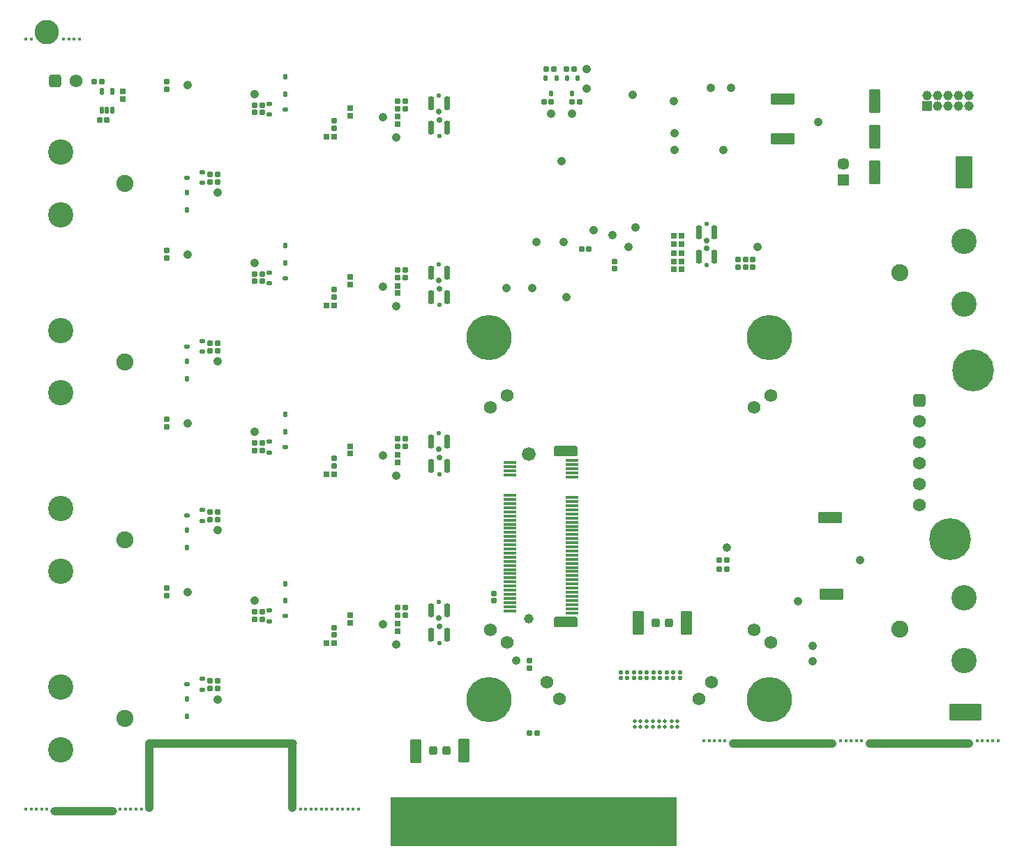
<source format=gbs>
G04*
G04 #@! TF.GenerationSoftware,Altium Limited,Altium Designer,22.4.2 (48)*
G04*
G04 Layer_Color=16711935*
%FSAX25Y25*%
%MOIN*%
G70*
G04*
G04 #@! TF.SameCoordinates,5E64B9DA-0424-454E-A7BF-F7E50E35A289*
G04*
G04*
G04 #@! TF.FilePolarity,Negative*
G04*
G01*
G75*
%ADD75R,1.37008X0.23524*%
G04:AMPARAMS|DCode=76|XSize=26.62mil|YSize=26.62mil|CornerRadius=7.41mil|HoleSize=0mil|Usage=FLASHONLY|Rotation=0.000|XOffset=0mil|YOffset=0mil|HoleType=Round|Shape=RoundedRectangle|*
%AMROUNDEDRECTD76*
21,1,0.02662,0.01181,0,0,0.0*
21,1,0.01181,0.02662,0,0,0.0*
1,1,0.01481,0.00591,-0.00591*
1,1,0.01481,-0.00591,-0.00591*
1,1,0.01481,-0.00591,0.00591*
1,1,0.01481,0.00591,0.00591*
%
%ADD76ROUNDEDRECTD76*%
G04:AMPARAMS|DCode=80|XSize=42.37mil|YSize=38.43mil|CornerRadius=10.36mil|HoleSize=0mil|Usage=FLASHONLY|Rotation=270.000|XOffset=0mil|YOffset=0mil|HoleType=Round|Shape=RoundedRectangle|*
%AMROUNDEDRECTD80*
21,1,0.04237,0.01772,0,0,270.0*
21,1,0.02165,0.03843,0,0,270.0*
1,1,0.02072,-0.00886,-0.01083*
1,1,0.02072,-0.00886,0.01083*
1,1,0.02072,0.00886,0.01083*
1,1,0.02072,0.00886,-0.01083*
%
%ADD80ROUNDEDRECTD80*%
G04:AMPARAMS|DCode=81|XSize=26.62mil|YSize=26.62mil|CornerRadius=7.41mil|HoleSize=0mil|Usage=FLASHONLY|Rotation=270.000|XOffset=0mil|YOffset=0mil|HoleType=Round|Shape=RoundedRectangle|*
%AMROUNDEDRECTD81*
21,1,0.02662,0.01181,0,0,270.0*
21,1,0.01181,0.02662,0,0,270.0*
1,1,0.01481,-0.00591,-0.00591*
1,1,0.01481,-0.00591,0.00591*
1,1,0.01481,0.00591,0.00591*
1,1,0.01481,0.00591,-0.00591*
%
%ADD81ROUNDEDRECTD81*%
G04:AMPARAMS|DCode=89|XSize=28.2mil|YSize=28.2mil|CornerRadius=7.8mil|HoleSize=0mil|Usage=FLASHONLY|Rotation=270.000|XOffset=0mil|YOffset=0mil|HoleType=Round|Shape=RoundedRectangle|*
%AMROUNDEDRECTD89*
21,1,0.02820,0.01260,0,0,270.0*
21,1,0.01260,0.02820,0,0,270.0*
1,1,0.01560,-0.00630,-0.00630*
1,1,0.01560,-0.00630,0.00630*
1,1,0.01560,0.00630,0.00630*
1,1,0.01560,0.00630,-0.00630*
%
%ADD89ROUNDEDRECTD89*%
G04:AMPARAMS|DCode=92|XSize=28.2mil|YSize=28.2mil|CornerRadius=7.8mil|HoleSize=0mil|Usage=FLASHONLY|Rotation=0.000|XOffset=0mil|YOffset=0mil|HoleType=Round|Shape=RoundedRectangle|*
%AMROUNDEDRECTD92*
21,1,0.02820,0.01260,0,0,0.0*
21,1,0.01260,0.02820,0,0,0.0*
1,1,0.01560,0.00630,-0.00630*
1,1,0.01560,-0.00630,-0.00630*
1,1,0.01560,-0.00630,0.00630*
1,1,0.01560,0.00630,0.00630*
%
%ADD92ROUNDEDRECTD92*%
G04:AMPARAMS|DCode=123|XSize=16.78mil|YSize=18.75mil|CornerRadius=4.95mil|HoleSize=0mil|Usage=FLASHONLY|Rotation=0.000|XOffset=0mil|YOffset=0mil|HoleType=Round|Shape=RoundedRectangle|*
%AMROUNDEDRECTD123*
21,1,0.01678,0.00886,0,0,0.0*
21,1,0.00689,0.01875,0,0,0.0*
1,1,0.00989,0.00345,-0.00443*
1,1,0.00989,-0.00345,-0.00443*
1,1,0.00989,-0.00345,0.00443*
1,1,0.00989,0.00345,0.00443*
%
%ADD123ROUNDEDRECTD123*%
%ADD124R,0.03056X0.16835*%
%ADD125R,0.03056X0.12898*%
G04:AMPARAMS|DCode=130|XSize=19.54mil|YSize=21.11mil|CornerRadius=5.63mil|HoleSize=0mil|Usage=FLASHONLY|Rotation=0.000|XOffset=0mil|YOffset=0mil|HoleType=Round|Shape=RoundedRectangle|*
%AMROUNDEDRECTD130*
21,1,0.01954,0.00984,0,0,0.0*
21,1,0.00827,0.02111,0,0,0.0*
1,1,0.01127,0.00413,-0.00492*
1,1,0.01127,-0.00413,-0.00492*
1,1,0.01127,-0.00413,0.00492*
1,1,0.01127,0.00413,0.00492*
%
%ADD130ROUNDEDRECTD130*%
%ADD131C,0.05686*%
%ADD132R,0.05686X0.05686*%
%ADD133C,0.04591*%
%ADD134R,0.04591X0.04591*%
%ADD135C,0.08174*%
G04:AMPARAMS|DCode=136|XSize=62.06mil|YSize=62.06mil|CornerRadius=16.26mil|HoleSize=0mil|Usage=FLASHONLY|Rotation=270.000|XOffset=0mil|YOffset=0mil|HoleType=Round|Shape=RoundedRectangle|*
%AMROUNDEDRECTD136*
21,1,0.06206,0.02953,0,0,270.0*
21,1,0.02953,0.06206,0,0,270.0*
1,1,0.03253,-0.01476,-0.01476*
1,1,0.03253,-0.01476,0.01476*
1,1,0.03253,0.01476,0.01476*
1,1,0.03253,0.01476,-0.01476*
%
%ADD136ROUNDEDRECTD136*%
%ADD137C,0.06206*%
%ADD138C,0.21560*%
%ADD139C,0.04600*%
%ADD140C,0.06600*%
%ADD141C,0.12111*%
G04:AMPARAMS|DCode=142|XSize=62.06mil|YSize=62.06mil|CornerRadius=16.26mil|HoleSize=0mil|Usage=FLASHONLY|Rotation=0.000|XOffset=0mil|YOffset=0mil|HoleType=Round|Shape=RoundedRectangle|*
%AMROUNDEDRECTD142*
21,1,0.06206,0.02953,0,0,0.0*
21,1,0.02953,0.06206,0,0,0.0*
1,1,0.03253,0.01476,-0.01476*
1,1,0.03253,-0.01476,-0.01476*
1,1,0.03253,-0.01476,0.01476*
1,1,0.03253,0.01476,0.01476*
%
%ADD142ROUNDEDRECTD142*%
%ADD143O,0.04237X0.34749*%
%ADD144O,0.72544X0.04237*%
%ADD145O,0.51481X0.04237*%
%ADD146O,0.31796X0.04237*%
%ADD147C,0.01496*%
%ADD148C,0.19985*%
%ADD149C,0.11639*%
G04:AMPARAMS|DCode=201|XSize=12mil|YSize=61mil|CornerRadius=3mil|HoleSize=0mil|Usage=FLASHONLY|Rotation=90.000|XOffset=0mil|YOffset=0mil|HoleType=Round|Shape=RoundedRectangle|*
%AMROUNDEDRECTD201*
21,1,0.01200,0.05500,0,0,90.0*
21,1,0.00600,0.06100,0,0,90.0*
1,1,0.00600,0.02750,0.00300*
1,1,0.00600,0.02750,-0.00300*
1,1,0.00600,-0.02750,-0.00300*
1,1,0.00600,-0.02750,0.00300*
%
%ADD201ROUNDEDRECTD201*%
%ADD203C,0.04237*%
G04:AMPARAMS|DCode=204|XSize=111.27mil|YSize=50.24mil|CornerRadius=3.86mil|HoleSize=0mil|Usage=FLASHONLY|Rotation=180.000|XOffset=0mil|YOffset=0mil|HoleType=Round|Shape=RoundedRectangle|*
%AMROUNDEDRECTD204*
21,1,0.11127,0.04252,0,0,180.0*
21,1,0.10354,0.05024,0,0,180.0*
1,1,0.00772,-0.05177,0.02126*
1,1,0.00772,0.05177,0.02126*
1,1,0.00772,0.05177,-0.02126*
1,1,0.00772,-0.05177,-0.02126*
%
%ADD204ROUNDEDRECTD204*%
G04:AMPARAMS|DCode=205|XSize=111.27mil|YSize=50.24mil|CornerRadius=3.86mil|HoleSize=0mil|Usage=FLASHONLY|Rotation=90.000|XOffset=0mil|YOffset=0mil|HoleType=Round|Shape=RoundedRectangle|*
%AMROUNDEDRECTD205*
21,1,0.11127,0.04252,0,0,90.0*
21,1,0.10354,0.05024,0,0,90.0*
1,1,0.00772,0.02126,0.05177*
1,1,0.00772,0.02126,-0.05177*
1,1,0.00772,-0.02126,-0.05177*
1,1,0.00772,-0.02126,0.05177*
%
%ADD205ROUNDEDRECTD205*%
G04:AMPARAMS|DCode=206|XSize=152.61mil|YSize=82.92mil|CornerRadius=5.5mil|HoleSize=0mil|Usage=FLASHONLY|Rotation=90.000|XOffset=0mil|YOffset=0mil|HoleType=Round|Shape=RoundedRectangle|*
%AMROUNDEDRECTD206*
21,1,0.15261,0.07193,0,0,90.0*
21,1,0.14161,0.08292,0,0,90.0*
1,1,0.01099,0.03597,0.07081*
1,1,0.01099,0.03597,-0.07081*
1,1,0.01099,-0.03597,-0.07081*
1,1,0.01099,-0.03597,0.07081*
%
%ADD206ROUNDEDRECTD206*%
G04:AMPARAMS|DCode=207|XSize=21.5mil|YSize=26.62mil|CornerRadius=6.13mil|HoleSize=0mil|Usage=FLASHONLY|Rotation=0.000|XOffset=0mil|YOffset=0mil|HoleType=Round|Shape=RoundedRectangle|*
%AMROUNDEDRECTD207*
21,1,0.02150,0.01437,0,0,0.0*
21,1,0.00925,0.02662,0,0,0.0*
1,1,0.01225,0.00463,-0.00719*
1,1,0.01225,-0.00463,-0.00719*
1,1,0.01225,-0.00463,0.00719*
1,1,0.01225,0.00463,0.00719*
%
%ADD207ROUNDEDRECTD207*%
G04:AMPARAMS|DCode=208|XSize=18.75mil|YSize=36.47mil|CornerRadius=5.44mil|HoleSize=0mil|Usage=FLASHONLY|Rotation=0.000|XOffset=0mil|YOffset=0mil|HoleType=Round|Shape=RoundedRectangle|*
%AMROUNDEDRECTD208*
21,1,0.01875,0.02559,0,0,0.0*
21,1,0.00787,0.03647,0,0,0.0*
1,1,0.01087,0.00394,-0.01280*
1,1,0.01087,-0.00394,-0.01280*
1,1,0.01087,-0.00394,0.01280*
1,1,0.01087,0.00394,0.01280*
%
%ADD208ROUNDEDRECTD208*%
G04:AMPARAMS|DCode=209|XSize=26.23mil|YSize=20.72mil|CornerRadius=5.93mil|HoleSize=0mil|Usage=FLASHONLY|Rotation=90.000|XOffset=0mil|YOffset=0mil|HoleType=Round|Shape=RoundedRectangle|*
%AMROUNDEDRECTD209*
21,1,0.02623,0.00886,0,0,90.0*
21,1,0.01437,0.02072,0,0,90.0*
1,1,0.01186,0.00443,0.00719*
1,1,0.01186,0.00443,-0.00719*
1,1,0.01186,-0.00443,-0.00719*
1,1,0.01186,-0.00443,0.00719*
%
%ADD209ROUNDEDRECTD209*%
G04:AMPARAMS|DCode=210|XSize=21.5mil|YSize=26.62mil|CornerRadius=6.13mil|HoleSize=0mil|Usage=FLASHONLY|Rotation=270.000|XOffset=0mil|YOffset=0mil|HoleType=Round|Shape=RoundedRectangle|*
%AMROUNDEDRECTD210*
21,1,0.02150,0.01437,0,0,270.0*
21,1,0.00925,0.02662,0,0,270.0*
1,1,0.01225,-0.00719,-0.00463*
1,1,0.01225,-0.00719,0.00463*
1,1,0.01225,0.00719,0.00463*
1,1,0.01225,0.00719,-0.00463*
%
%ADD210ROUNDEDRECTD210*%
G04:AMPARAMS|DCode=211|XSize=25.84mil|YSize=65.21mil|CornerRadius=7.21mil|HoleSize=0mil|Usage=FLASHONLY|Rotation=180.000|XOffset=0mil|YOffset=0mil|HoleType=Round|Shape=RoundedRectangle|*
%AMROUNDEDRECTD211*
21,1,0.02584,0.05079,0,0,180.0*
21,1,0.01142,0.06521,0,0,180.0*
1,1,0.01442,-0.00571,0.02539*
1,1,0.01442,0.00571,0.02539*
1,1,0.01442,0.00571,-0.02539*
1,1,0.01442,-0.00571,-0.02539*
%
%ADD211ROUNDEDRECTD211*%
G04:AMPARAMS|DCode=212|XSize=26.62mil|YSize=24.65mil|CornerRadius=6.91mil|HoleSize=0mil|Usage=FLASHONLY|Rotation=0.000|XOffset=0mil|YOffset=0mil|HoleType=Round|Shape=RoundedRectangle|*
%AMROUNDEDRECTD212*
21,1,0.02662,0.01083,0,0,0.0*
21,1,0.01280,0.02465,0,0,0.0*
1,1,0.01383,0.00640,-0.00541*
1,1,0.01383,-0.00640,-0.00541*
1,1,0.01383,-0.00640,0.00541*
1,1,0.01383,0.00640,0.00541*
%
%ADD212ROUNDEDRECTD212*%
G04:AMPARAMS|DCode=213|XSize=22.69mil|YSize=22.69mil|CornerRadius=6.42mil|HoleSize=0mil|Usage=FLASHONLY|Rotation=0.000|XOffset=0mil|YOffset=0mil|HoleType=Round|Shape=RoundedRectangle|*
%AMROUNDEDRECTD213*
21,1,0.02269,0.00984,0,0,0.0*
21,1,0.00984,0.02269,0,0,0.0*
1,1,0.01284,0.00492,-0.00492*
1,1,0.01284,-0.00492,-0.00492*
1,1,0.01284,-0.00492,0.00492*
1,1,0.01284,0.00492,0.00492*
%
%ADD213ROUNDEDRECTD213*%
G04:AMPARAMS|DCode=214|XSize=152.61mil|YSize=82.92mil|CornerRadius=5.5mil|HoleSize=0mil|Usage=FLASHONLY|Rotation=0.000|XOffset=0mil|YOffset=0mil|HoleType=Round|Shape=RoundedRectangle|*
%AMROUNDEDRECTD214*
21,1,0.15261,0.07193,0,0,0.0*
21,1,0.14161,0.08292,0,0,0.0*
1,1,0.01099,0.07081,-0.03597*
1,1,0.01099,-0.07081,-0.03597*
1,1,0.01099,-0.07081,0.03597*
1,1,0.01099,0.07081,0.03597*
%
%ADD214ROUNDEDRECTD214*%
G04:AMPARAMS|DCode=215|XSize=50mil|YSize=111mil|CornerRadius=6.2mil|HoleSize=0mil|Usage=FLASHONLY|Rotation=90.000|XOffset=0mil|YOffset=0mil|HoleType=Round|Shape=RoundedRectangle|*
%AMROUNDEDRECTD215*
21,1,0.05000,0.09860,0,0,90.0*
21,1,0.03760,0.11100,0,0,90.0*
1,1,0.01240,0.04930,0.01880*
1,1,0.01240,0.04930,-0.01880*
1,1,0.01240,-0.04930,-0.01880*
1,1,0.01240,-0.04930,0.01880*
%
%ADD215ROUNDEDRECTD215*%
D75*
X0244685Y0018652D02*
D03*
D76*
X0149213Y0350098D02*
D03*
Y0107973D02*
D03*
Y0188681D02*
D03*
Y0269390D02*
D03*
Y0272933D02*
D03*
X0069114Y0291614D02*
D03*
Y0288071D02*
D03*
X0149213Y0192224D02*
D03*
X0069114Y0210906D02*
D03*
Y0207362D02*
D03*
X0149213Y0111516D02*
D03*
X0069114Y0130197D02*
D03*
Y0126654D02*
D03*
X0069114Y0368779D02*
D03*
Y0372323D02*
D03*
X0149213Y0353642D02*
D03*
X0225590Y0124213D02*
D03*
Y0127756D02*
D03*
X0342224Y0287303D02*
D03*
Y0283760D02*
D03*
X0345768Y0287303D02*
D03*
Y0283760D02*
D03*
X0349311Y0287303D02*
D03*
Y0283760D02*
D03*
X0242618Y0092027D02*
D03*
Y0095571D02*
D03*
X0283169Y0282874D02*
D03*
Y0286417D02*
D03*
D80*
X0302953Y0113779D02*
D03*
X0309252D02*
D03*
X0202854Y0052559D02*
D03*
X0196555D02*
D03*
D81*
X0254134Y0378346D02*
D03*
X0250590D02*
D03*
X0253051Y0362697D02*
D03*
X0249508D02*
D03*
X0263779Y0378346D02*
D03*
X0260236D02*
D03*
X0262894Y0362697D02*
D03*
X0266437D02*
D03*
X0183169Y0363090D02*
D03*
Y0282382D02*
D03*
Y0201673D02*
D03*
Y0120965D02*
D03*
X0179626Y0117224D02*
D03*
X0183169D02*
D03*
X0179626Y0197933D02*
D03*
X0183169D02*
D03*
X0179626Y0359350D02*
D03*
X0183169D02*
D03*
X0179626Y0278642D02*
D03*
X0183169D02*
D03*
X0179626Y0120965D02*
D03*
Y0201673D02*
D03*
Y0282382D02*
D03*
Y0363090D02*
D03*
X0034547Y0372441D02*
D03*
X0038091D02*
D03*
X0037106Y0353937D02*
D03*
X0040650D02*
D03*
X0093405Y0324508D02*
D03*
X0089862D02*
D03*
X0093405Y0328051D02*
D03*
X0089862D02*
D03*
X0114764Y0280413D02*
D03*
X0111221D02*
D03*
X0114764Y0276870D02*
D03*
X0111221D02*
D03*
X0089862Y0247342D02*
D03*
X0093405D02*
D03*
X0089862Y0243799D02*
D03*
X0093405D02*
D03*
X0114764Y0199705D02*
D03*
X0111221D02*
D03*
X0114764Y0196161D02*
D03*
X0111221D02*
D03*
X0089862Y0166634D02*
D03*
X0093405D02*
D03*
X0089862Y0163091D02*
D03*
X0093405D02*
D03*
X0114764Y0118996D02*
D03*
X0111221D02*
D03*
X0114764Y0115453D02*
D03*
X0111221D02*
D03*
X0089862Y0085925D02*
D03*
X0093405D02*
D03*
X0089862Y0082382D02*
D03*
X0093405D02*
D03*
X0111221Y0361122D02*
D03*
X0114764D02*
D03*
X0111221Y0357579D02*
D03*
X0114764D02*
D03*
X0333268Y0139370D02*
D03*
X0336811D02*
D03*
X0333268Y0143701D02*
D03*
X0336811D02*
D03*
X0246161Y0061024D02*
D03*
X0242618D02*
D03*
X0267421Y0292323D02*
D03*
X0270965D02*
D03*
D89*
X0149252Y0346162D02*
D03*
Y0104035D02*
D03*
Y0184744D02*
D03*
Y0265453D02*
D03*
X0145630D02*
D03*
Y0184744D02*
D03*
Y0104035D02*
D03*
Y0346162D02*
D03*
X0315098Y0298721D02*
D03*
X0311476D02*
D03*
X0315098Y0294587D02*
D03*
X0311476D02*
D03*
X0315098Y0286516D02*
D03*
X0311476D02*
D03*
X0315098Y0290453D02*
D03*
X0311476D02*
D03*
X0315098Y0282579D02*
D03*
X0311476D02*
D03*
D92*
X0156988Y0359587D02*
D03*
Y0117461D02*
D03*
Y0198169D02*
D03*
Y0278878D02*
D03*
X0048327Y0367756D02*
D03*
Y0364134D02*
D03*
X0179724Y0274843D02*
D03*
Y0271220D02*
D03*
X0156988Y0275256D02*
D03*
X0179724Y0194134D02*
D03*
Y0190512D02*
D03*
X0156988Y0194547D02*
D03*
X0179724Y0113425D02*
D03*
Y0109803D02*
D03*
X0156988Y0113839D02*
D03*
Y0355965D02*
D03*
X0179724Y0355551D02*
D03*
Y0351929D02*
D03*
D123*
X0292815Y0066732D02*
D03*
Y0064173D02*
D03*
X0295571Y0066732D02*
D03*
Y0064173D02*
D03*
X0298721Y0066732D02*
D03*
Y0064173D02*
D03*
X0301476Y0066732D02*
D03*
Y0064173D02*
D03*
X0304626Y0066732D02*
D03*
Y0064173D02*
D03*
X0307382Y0066732D02*
D03*
Y0064173D02*
D03*
X0310531Y0066732D02*
D03*
Y0064173D02*
D03*
X0313287Y0066732D02*
D03*
Y0064173D02*
D03*
D124*
X0254528Y0021654D02*
D03*
X0238779D02*
D03*
X0195472D02*
D03*
X0187598D02*
D03*
X0215158D02*
D03*
X0203346D02*
D03*
X0199409D02*
D03*
X0242717D02*
D03*
X0230906D02*
D03*
X0207283D02*
D03*
X0219094D02*
D03*
X0191535D02*
D03*
X0183661D02*
D03*
X0234842D02*
D03*
X0246654D02*
D03*
X0211221D02*
D03*
X0250590D02*
D03*
X0282087D02*
D03*
X0262402D02*
D03*
X0301772D02*
D03*
X0274213D02*
D03*
X0266339D02*
D03*
X0293898D02*
D03*
X0305709D02*
D03*
X0289961D02*
D03*
X0286024D02*
D03*
X0297835D02*
D03*
X0309646D02*
D03*
X0258465D02*
D03*
X0270276D02*
D03*
X0278150D02*
D03*
D125*
X0179724Y0023622D02*
D03*
D130*
X0286122Y0090118D02*
D03*
Y0087441D02*
D03*
X0292421Y0090118D02*
D03*
Y0087441D02*
D03*
X0295571Y0090118D02*
D03*
Y0087441D02*
D03*
X0298721Y0090118D02*
D03*
Y0087441D02*
D03*
X0301870Y0090118D02*
D03*
Y0087441D02*
D03*
X0305020Y0090118D02*
D03*
Y0087441D02*
D03*
X0308169Y0090118D02*
D03*
Y0087441D02*
D03*
X0314469Y0090118D02*
D03*
Y0087441D02*
D03*
X0289272Y0090118D02*
D03*
Y0087441D02*
D03*
X0311319Y0090118D02*
D03*
Y0087441D02*
D03*
D131*
X0392520Y0333071D02*
D03*
D132*
Y0325197D02*
D03*
D133*
X0452638Y0365748D02*
D03*
Y0360748D02*
D03*
X0447638Y0365748D02*
D03*
Y0360748D02*
D03*
X0442638Y0365748D02*
D03*
Y0360748D02*
D03*
X0437638Y0365748D02*
D03*
Y0360748D02*
D03*
X0432638Y0365748D02*
D03*
D134*
Y0360748D02*
D03*
D135*
X0419685Y0281102D02*
D03*
Y0110630D02*
D03*
X0049114Y0323720D02*
D03*
Y0238484D02*
D03*
Y0153248D02*
D03*
Y0068012D02*
D03*
D136*
X0428740Y0219882D02*
D03*
D137*
Y0209882D02*
D03*
Y0199882D02*
D03*
Y0189882D02*
D03*
Y0179882D02*
D03*
Y0169882D02*
D03*
X0323693Y0077447D02*
D03*
X0256764D02*
D03*
X0329500Y0085321D02*
D03*
X0250957D02*
D03*
X0231760Y0222424D02*
D03*
Y0104510D02*
D03*
X0223886Y0216617D02*
D03*
Y0110318D02*
D03*
X0357744Y0222424D02*
D03*
Y0104510D02*
D03*
X0349870Y0216617D02*
D03*
Y0110318D02*
D03*
X0026063Y0372638D02*
D03*
D138*
X0223296Y0250081D02*
D03*
X0357155D02*
D03*
X0357155Y0076853D02*
D03*
X0223296Y0076853D02*
D03*
D139*
X0242126Y0115551D02*
D03*
D140*
Y0194291D02*
D03*
D141*
X0450394Y0266142D02*
D03*
Y0296063D02*
D03*
Y0095669D02*
D03*
Y0125591D02*
D03*
X0018406Y0338681D02*
D03*
Y0308760D02*
D03*
Y0253445D02*
D03*
Y0223524D02*
D03*
Y0168209D02*
D03*
Y0138287D02*
D03*
Y0082972D02*
D03*
Y0053051D02*
D03*
D142*
X0016063Y0372638D02*
D03*
D143*
X0129331Y0040846D02*
D03*
X0061024D02*
D03*
D144*
X0095177Y0056102D02*
D03*
D145*
X0429035D02*
D03*
X0363681D02*
D03*
D146*
X0029528Y0023622D02*
D03*
D147*
X0466535Y0057284D02*
D03*
X0464016D02*
D03*
X0461496D02*
D03*
X0458976D02*
D03*
X0456457D02*
D03*
X0401398D02*
D03*
X0398878D02*
D03*
X0396358D02*
D03*
X0393839D02*
D03*
X0391319D02*
D03*
X0325965D02*
D03*
X0328484D02*
D03*
X0331004D02*
D03*
X0333524D02*
D03*
X0336043D02*
D03*
X0133110Y0024803D02*
D03*
X0135630D02*
D03*
X0138150D02*
D03*
X0140669D02*
D03*
X0143189D02*
D03*
X0145709D02*
D03*
X0148228D02*
D03*
X0160827D02*
D03*
X0158307D02*
D03*
X0155787D02*
D03*
X0153268D02*
D03*
X0150748D02*
D03*
X0047008D02*
D03*
X0049528D02*
D03*
X0052047D02*
D03*
X0054567D02*
D03*
X0057087D02*
D03*
X0012047D02*
D03*
X0009528D02*
D03*
X0007008D02*
D03*
X0004488D02*
D03*
X0001969D02*
D03*
X0020020Y0392618D02*
D03*
X0022539D02*
D03*
X0025059D02*
D03*
X0027579D02*
D03*
X0004488Y0392520D02*
D03*
X0001969D02*
D03*
D148*
X0454724Y0234252D02*
D03*
X0443701Y0153543D02*
D03*
D149*
X0012008Y0395866D02*
D03*
D201*
X0262894Y0118504D02*
D03*
X0233169Y0119488D02*
D03*
X0262894Y0120473D02*
D03*
X0233169Y0121457D02*
D03*
X0262894Y0122441D02*
D03*
X0233169Y0123425D02*
D03*
X0262894Y0124409D02*
D03*
X0233169Y0125394D02*
D03*
X0262894Y0126378D02*
D03*
X0233169Y0127362D02*
D03*
X0262894Y0128347D02*
D03*
X0233169Y0129331D02*
D03*
X0262894Y0130315D02*
D03*
X0233169Y0131299D02*
D03*
X0262894Y0132283D02*
D03*
X0233169Y0133268D02*
D03*
X0262894Y0134252D02*
D03*
X0233169Y0135236D02*
D03*
X0262894Y0136221D02*
D03*
X0233169Y0137205D02*
D03*
X0262894Y0138189D02*
D03*
X0233169Y0139173D02*
D03*
X0262894Y0140157D02*
D03*
X0233169Y0141142D02*
D03*
X0262894Y0142126D02*
D03*
X0233169Y0143110D02*
D03*
X0262894Y0144095D02*
D03*
X0233169Y0145079D02*
D03*
X0262894Y0146063D02*
D03*
X0233169Y0147047D02*
D03*
X0262894Y0148031D02*
D03*
X0233169Y0149016D02*
D03*
X0262894Y0150000D02*
D03*
X0233169Y0150984D02*
D03*
X0262894Y0151969D02*
D03*
X0233169Y0152953D02*
D03*
X0262894Y0153937D02*
D03*
X0233169Y0154921D02*
D03*
X0262894Y0155905D02*
D03*
X0233169Y0156890D02*
D03*
X0262894Y0157874D02*
D03*
X0233169Y0158858D02*
D03*
X0262894Y0159843D02*
D03*
X0233169Y0160827D02*
D03*
X0262894Y0161811D02*
D03*
X0233169Y0162795D02*
D03*
X0262894Y0163779D02*
D03*
X0233169Y0164764D02*
D03*
X0262894Y0165748D02*
D03*
X0233169Y0166732D02*
D03*
X0262894Y0167717D02*
D03*
X0233169Y0168701D02*
D03*
X0262894Y0169685D02*
D03*
X0233169Y0170669D02*
D03*
X0262894Y0171653D02*
D03*
X0233169Y0172638D02*
D03*
X0262894Y0173622D02*
D03*
X0233169Y0174606D02*
D03*
X0262894Y0183465D02*
D03*
X0233169Y0184449D02*
D03*
X0262894Y0185433D02*
D03*
X0233169Y0186417D02*
D03*
X0262894Y0187402D02*
D03*
X0233169Y0188386D02*
D03*
X0262894Y0189370D02*
D03*
X0233169Y0190354D02*
D03*
X0262894Y0191339D02*
D03*
D203*
X0370965Y0124114D02*
D03*
X0400689Y0143799D02*
D03*
X0380512Y0353051D02*
D03*
X0329242Y0369390D02*
D03*
X0338898Y0369390D02*
D03*
X0269882Y0368898D02*
D03*
X0335138Y0339764D02*
D03*
X0269920Y0378266D02*
D03*
X0262894Y0357087D02*
D03*
X0253051D02*
D03*
X0257972Y0334350D02*
D03*
X0292028Y0365945D02*
D03*
X0311811Y0339764D02*
D03*
Y0347835D02*
D03*
X0311713Y0362894D02*
D03*
X0293307Y0302559D02*
D03*
X0172441Y0355217D02*
D03*
X0273228Y0301476D02*
D03*
X0289862Y0293504D02*
D03*
X0282382Y0299114D02*
D03*
X0093405Y0319291D02*
D03*
X0079114Y0289843D02*
D03*
X0093405Y0238583D02*
D03*
X0172441Y0274508D02*
D03*
X0179035Y0264862D02*
D03*
X0111221Y0285630D02*
D03*
X0079114Y0209134D02*
D03*
X0093405Y0157874D02*
D03*
X0172441Y0193799D02*
D03*
X0179035Y0184153D02*
D03*
X0111221Y0204921D02*
D03*
X0079114Y0128425D02*
D03*
X0093405Y0077165D02*
D03*
X0172441Y0113091D02*
D03*
X0179035Y0103445D02*
D03*
X0111221Y0124213D02*
D03*
X0079114Y0370551D02*
D03*
X0111221Y0366339D02*
D03*
X0179035Y0345571D02*
D03*
X0377953Y0095276D02*
D03*
X0336811Y0149606D02*
D03*
X0377953Y0102756D02*
D03*
X0351673Y0293504D02*
D03*
X0236122Y0095571D02*
D03*
X0245965Y0295768D02*
D03*
X0260138Y0269390D02*
D03*
X0258957Y0295768D02*
D03*
X0231594Y0273524D02*
D03*
X0243996Y0273524D02*
D03*
D204*
X0386811Y0127264D02*
D03*
X0386319Y0163878D02*
D03*
X0363681Y0363878D02*
D03*
Y0344882D02*
D03*
D205*
X0407480Y0329134D02*
D03*
Y0345965D02*
D03*
Y0362894D02*
D03*
X0317717Y0113779D02*
D03*
X0294587D02*
D03*
X0188287Y0052461D02*
D03*
X0211319Y0052559D02*
D03*
D206*
X0450394Y0329134D02*
D03*
D207*
X0265551Y0374114D02*
D03*
X0260433D02*
D03*
X0262992Y0366634D02*
D03*
X0255512Y0374114D02*
D03*
X0250394D02*
D03*
X0252953Y0366634D02*
D03*
D208*
X0043209Y0358760D02*
D03*
X0040650D02*
D03*
X0038091D02*
D03*
Y0367618D02*
D03*
X0043209D02*
D03*
D209*
X0078839Y0319311D02*
D03*
Y0311004D02*
D03*
Y0230295D02*
D03*
Y0238602D02*
D03*
X0125787Y0293917D02*
D03*
Y0285610D02*
D03*
X0078839Y0149587D02*
D03*
Y0157894D02*
D03*
X0125787Y0213209D02*
D03*
Y0204902D02*
D03*
X0078839Y0068878D02*
D03*
Y0077185D02*
D03*
X0125787Y0132500D02*
D03*
Y0124193D02*
D03*
Y0366319D02*
D03*
Y0374626D02*
D03*
D210*
X0078839Y0326476D02*
D03*
X0086319Y0329035D02*
D03*
Y0323917D02*
D03*
X0118307Y0281004D02*
D03*
Y0275886D02*
D03*
X0125787Y0278445D02*
D03*
X0086319Y0243209D02*
D03*
Y0248327D02*
D03*
X0078839Y0245768D02*
D03*
X0118307Y0200295D02*
D03*
Y0195177D02*
D03*
X0125787Y0197736D02*
D03*
X0086319Y0162500D02*
D03*
Y0167618D02*
D03*
X0078839Y0165059D02*
D03*
X0118307Y0119587D02*
D03*
Y0114469D02*
D03*
X0125787Y0117027D02*
D03*
X0086319Y0081791D02*
D03*
Y0086909D02*
D03*
X0078839Y0084350D02*
D03*
X0125787Y0359154D02*
D03*
X0118307Y0356594D02*
D03*
Y0361713D02*
D03*
D211*
X0195630Y0269488D02*
D03*
X0203189D02*
D03*
X0203113Y0281167D02*
D03*
X0195553D02*
D03*
X0195630Y0188779D02*
D03*
X0203189D02*
D03*
X0203113Y0200458D02*
D03*
X0195553D02*
D03*
X0195630Y0108071D02*
D03*
X0203189D02*
D03*
X0203113Y0119749D02*
D03*
X0195553D02*
D03*
X0195630Y0350197D02*
D03*
X0203189D02*
D03*
X0203113Y0361875D02*
D03*
X0195553D02*
D03*
X0323484Y0300295D02*
D03*
X0331043D02*
D03*
Y0288681D02*
D03*
X0323484D02*
D03*
D212*
X0199409Y0273327D02*
D03*
X0199333Y0277328D02*
D03*
X0199409Y0192618D02*
D03*
X0199333Y0196619D02*
D03*
X0199409Y0111909D02*
D03*
X0199333Y0115910D02*
D03*
X0199409Y0354035D02*
D03*
X0199333Y0358036D02*
D03*
X0327264Y0296457D02*
D03*
Y0292520D02*
D03*
D213*
X0199409Y0265551D02*
D03*
X0199333Y0285104D02*
D03*
X0199409Y0184843D02*
D03*
X0199333Y0204395D02*
D03*
X0199409Y0104134D02*
D03*
X0199333Y0123686D02*
D03*
X0199409Y0346260D02*
D03*
X0199333Y0365812D02*
D03*
X0327264Y0304232D02*
D03*
Y0284744D02*
D03*
D214*
X0450787Y0070866D02*
D03*
D215*
X0259842Y0114173D02*
D03*
Y0195669D02*
D03*
M02*

</source>
